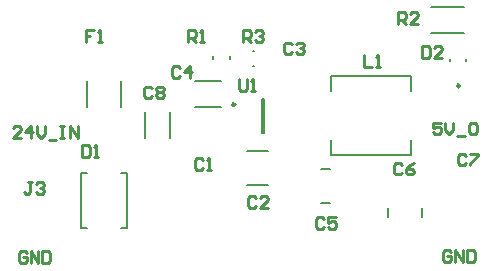
<source format=gbr>
%TF.GenerationSoftware,Altium Limited,Altium Designer,24.7.2 (38)*%
G04 Layer_Color=65535*
%FSLAX45Y45*%
%MOMM*%
%TF.SameCoordinates,665F1D1F-C803-44D7-9F74-9D0A5895F251*%
%TF.FilePolarity,Positive*%
%TF.FileFunction,Legend,Top*%
%TF.Part,Single*%
G01*
G75*
%TA.AperFunction,NonConductor*%
%ADD29C,0.25000*%
%ADD30C,0.20000*%
%ADD31C,0.25400*%
D29*
X11812500Y5670000D02*
G03*
X11812500Y5670000I-12500J0D01*
G01*
X9908965Y5513400D02*
G03*
X9908965Y5513400I-12500J0D01*
G01*
D30*
X11566894Y6335607D02*
X11848107D01*
X11566894Y6119393D02*
X11848107D01*
X11732500Y5882500D02*
Y5897500D01*
X11867500Y5882500D02*
Y5897500D01*
X11199792Y4557597D02*
Y4637364D01*
X11490207Y4557597D02*
Y4637364D01*
X10723200Y5754600D02*
X11395600D01*
Y5082200D02*
Y5209450D01*
Y5627350D02*
Y5754600D01*
X10723200Y5082200D02*
X11395600D01*
X10723200D02*
Y5209450D01*
Y5627350D02*
Y5754600D01*
X10057654Y5837500D02*
X10072175D01*
X10057654Y5962500D02*
X10072175D01*
X9722500Y5900000D02*
Y5925000D01*
X9862500Y5900000D02*
Y5925000D01*
X8602500Y4470000D02*
Y4930000D01*
X8946500D02*
X8997500D01*
X8602500D02*
X8653500D01*
X8997500Y4470000D02*
Y4930000D01*
X8946500Y4470000D02*
X8997500D01*
X8602500D02*
X8653500D01*
X10139565Y5563400D02*
X10150435D01*
X10139565Y5273400D02*
Y5563400D01*
Y5273400D02*
X10150435D01*
Y5563400D01*
X9570000Y5707500D02*
X9790000D01*
X9570000Y5492500D02*
X9790000D01*
X9357500Y5230000D02*
Y5450000D01*
X9142500Y5230000D02*
Y5450000D01*
X10635117Y4970207D02*
X10714883D01*
X10635117Y4679793D02*
X10714883D01*
X10010156Y4834792D02*
X10189844D01*
X10010156Y5115207D02*
X10189844D01*
X8653000Y5490180D02*
Y5709820D01*
X8947000Y5490180D02*
Y5709820D01*
D31*
X11654545Y5359529D02*
X11587900D01*
Y5309545D01*
X11621223Y5326207D01*
X11637884D01*
X11654545Y5309545D01*
Y5276223D01*
X11637884Y5259561D01*
X11604561D01*
X11587900Y5276223D01*
X11687868Y5359529D02*
Y5292884D01*
X11721190Y5259561D01*
X11754513Y5292884D01*
Y5359529D01*
X11787836Y5242900D02*
X11854481D01*
X11937787Y5359529D02*
X11904465D01*
X11887804Y5342868D01*
Y5276223D01*
X11904465Y5259561D01*
X11937787D01*
X11954449Y5276223D01*
Y5342868D01*
X11937787Y5359529D01*
X8097045Y5232061D02*
X8030400D01*
X8097045Y5298706D01*
Y5315368D01*
X8080384Y5332029D01*
X8047061D01*
X8030400Y5315368D01*
X8180352Y5232061D02*
Y5332029D01*
X8130368Y5282045D01*
X8197013D01*
X8230336Y5332029D02*
Y5265384D01*
X8263658Y5232061D01*
X8296981Y5265384D01*
Y5332029D01*
X8330303Y5215400D02*
X8396948D01*
X8430271Y5332029D02*
X8463594D01*
X8446933D01*
Y5232061D01*
X8430271D01*
X8463594D01*
X8513578D02*
Y5332029D01*
X8580223Y5232061D01*
Y5332029D01*
X11739545Y4263706D02*
X11722884Y4280368D01*
X11689561D01*
X11672900Y4263706D01*
Y4197061D01*
X11689561Y4180400D01*
X11722884D01*
X11739545Y4197061D01*
Y4230384D01*
X11706222D01*
X11772868Y4180400D02*
Y4280368D01*
X11839513Y4180400D01*
Y4280368D01*
X11872836D02*
Y4180400D01*
X11922819D01*
X11939481Y4197061D01*
Y4263706D01*
X11922819Y4280368D01*
X11872836D01*
X8144545Y4253707D02*
X8127884Y4270368D01*
X8094561D01*
X8077900Y4253707D01*
Y4187061D01*
X8094561Y4170400D01*
X8127884D01*
X8144545Y4187061D01*
Y4220384D01*
X8111223D01*
X8177868Y4170400D02*
Y4270368D01*
X8244513Y4170400D01*
Y4270368D01*
X8277836D02*
Y4170400D01*
X8327820D01*
X8344481Y4187061D01*
Y4253707D01*
X8327820Y4270368D01*
X8277836D01*
X9943090Y5729629D02*
X9943533Y5646324D01*
X9960283Y5629751D01*
X9993605Y5629928D01*
X10010177Y5646678D01*
X10009735Y5729983D01*
X10043588Y5630194D02*
X10076910Y5630371D01*
X10060249Y5630282D01*
X10059718Y5730249D01*
X10043145Y5713499D01*
X9976694Y6045016D02*
Y6144984D01*
X10026677D01*
X10043339Y6128323D01*
Y6095000D01*
X10026677Y6078339D01*
X9976694D01*
X10010016D02*
X10043339Y6045016D01*
X10076661Y6128323D02*
X10093323Y6144984D01*
X10126645D01*
X10143306Y6128323D01*
Y6111661D01*
X10126645Y6095000D01*
X10109984D01*
X10126645D01*
X10143306Y6078339D01*
Y6061677D01*
X10126645Y6045016D01*
X10093323D01*
X10076661Y6061677D01*
X11289194Y6192516D02*
Y6292484D01*
X11339177D01*
X11355839Y6275823D01*
Y6242500D01*
X11339177Y6225839D01*
X11289194D01*
X11322516D02*
X11355839Y6192516D01*
X11455806D02*
X11389161D01*
X11455806Y6259161D01*
Y6275823D01*
X11439145Y6292484D01*
X11405823D01*
X11389161Y6275823D01*
X9508355Y6040016D02*
Y6139984D01*
X9558339D01*
X9575000Y6123323D01*
Y6090000D01*
X9558339Y6073339D01*
X9508355D01*
X9541677D02*
X9575000Y6040016D01*
X9608323D02*
X9641645D01*
X9624984D01*
Y6139984D01*
X9608323Y6123323D01*
X11003355Y5932484D02*
Y5832516D01*
X11070000D01*
X11103323D02*
X11136645D01*
X11119984D01*
Y5932484D01*
X11103323Y5915823D01*
X8190839Y4857484D02*
X8157516D01*
X8174177D01*
Y4774177D01*
X8157516Y4757516D01*
X8140855D01*
X8124194Y4774177D01*
X8224161Y4840822D02*
X8240823Y4857484D01*
X8274145D01*
X8290806Y4840822D01*
Y4824161D01*
X8274145Y4807500D01*
X8257484D01*
X8274145D01*
X8290806Y4790839D01*
Y4774177D01*
X8274145Y4757516D01*
X8240823D01*
X8224161Y4774177D01*
X8715345Y6140088D02*
X8648700D01*
Y6090104D01*
X8682023D01*
X8648700D01*
Y6040120D01*
X8748668D02*
X8781990D01*
X8765329D01*
Y6140088D01*
X8748668Y6123426D01*
X11491694Y6009984D02*
Y5910016D01*
X11541677D01*
X11558339Y5926678D01*
Y5993323D01*
X11541677Y6009984D01*
X11491694D01*
X11658306Y5910016D02*
X11591661D01*
X11658306Y5976661D01*
Y5993323D01*
X11641645Y6009984D01*
X11608323D01*
X11591661Y5993323D01*
X8615855Y5169984D02*
Y5070016D01*
X8665839D01*
X8682500Y5086677D01*
Y5153322D01*
X8665839Y5169984D01*
X8615855D01*
X8715823Y5070016D02*
X8749145D01*
X8732484D01*
Y5169984D01*
X8715823Y5153322D01*
X9205839Y5648322D02*
X9189177Y5664984D01*
X9155855D01*
X9139194Y5648322D01*
Y5581677D01*
X9155855Y5565016D01*
X9189177D01*
X9205839Y5581677D01*
X9239161Y5648322D02*
X9255823Y5664984D01*
X9289145D01*
X9305806Y5648322D01*
Y5631661D01*
X9289145Y5615000D01*
X9305806Y5598339D01*
Y5581677D01*
X9289145Y5565016D01*
X9255823D01*
X9239161Y5581677D01*
Y5598339D01*
X9255823Y5615000D01*
X9239161Y5631661D01*
Y5648322D01*
X9255823Y5615000D02*
X9289145D01*
X11865839Y5080822D02*
X11849177Y5097484D01*
X11815855D01*
X11799194Y5080822D01*
Y5014177D01*
X11815855Y4997516D01*
X11849177D01*
X11865839Y5014177D01*
X11899161Y5097484D02*
X11965806D01*
Y5080822D01*
X11899161Y5014177D01*
Y4997516D01*
X11320839Y5003322D02*
X11304178Y5019984D01*
X11270855D01*
X11254194Y5003322D01*
Y4936677D01*
X11270855Y4920016D01*
X11304178D01*
X11320839Y4936677D01*
X11420806Y5019984D02*
X11387484Y5003322D01*
X11354161Y4970000D01*
Y4936677D01*
X11370823Y4920016D01*
X11404145D01*
X11420806Y4936677D01*
Y4953339D01*
X11404145Y4970000D01*
X11354161D01*
X10660839Y4545823D02*
X10644178Y4562484D01*
X10610855D01*
X10594194Y4545823D01*
Y4479177D01*
X10610855Y4462516D01*
X10644178D01*
X10660839Y4479177D01*
X10760807Y4562484D02*
X10694161D01*
Y4512500D01*
X10727484Y4529161D01*
X10744145D01*
X10760807Y4512500D01*
Y4479177D01*
X10744145Y4462516D01*
X10710823D01*
X10694161Y4479177D01*
X9440839Y5823323D02*
X9424177Y5839984D01*
X9390855D01*
X9374194Y5823323D01*
Y5756678D01*
X9390855Y5740016D01*
X9424177D01*
X9440839Y5756678D01*
X9524145Y5740016D02*
Y5839984D01*
X9474161Y5790000D01*
X9540806D01*
X10390839Y6020823D02*
X10374177Y6037484D01*
X10340855D01*
X10324193Y6020823D01*
Y5954178D01*
X10340855Y5937516D01*
X10374177D01*
X10390839Y5954178D01*
X10424161Y6020823D02*
X10440823Y6037484D01*
X10474145D01*
X10490806Y6020823D01*
Y6004161D01*
X10474145Y5987500D01*
X10457484D01*
X10474145D01*
X10490806Y5970839D01*
Y5954178D01*
X10474145Y5937516D01*
X10440823D01*
X10424161Y5954178D01*
X10088339Y4718323D02*
X10071678Y4734984D01*
X10038355D01*
X10021694Y4718323D01*
Y4651678D01*
X10038355Y4635016D01*
X10071678D01*
X10088339Y4651678D01*
X10188307Y4635016D02*
X10121661D01*
X10188307Y4701661D01*
Y4718323D01*
X10171645Y4734984D01*
X10138323D01*
X10121661Y4718323D01*
X9637500Y5043322D02*
X9620839Y5059984D01*
X9587516D01*
X9570855Y5043322D01*
Y4976677D01*
X9587516Y4960016D01*
X9620839D01*
X9637500Y4976677D01*
X9670823Y4960016D02*
X9704145D01*
X9687484D01*
Y5059984D01*
X9670823Y5043322D01*
%TF.MD5,f5989170ff15f2fcdccc6e81fc11cfa7*%
M02*

</source>
